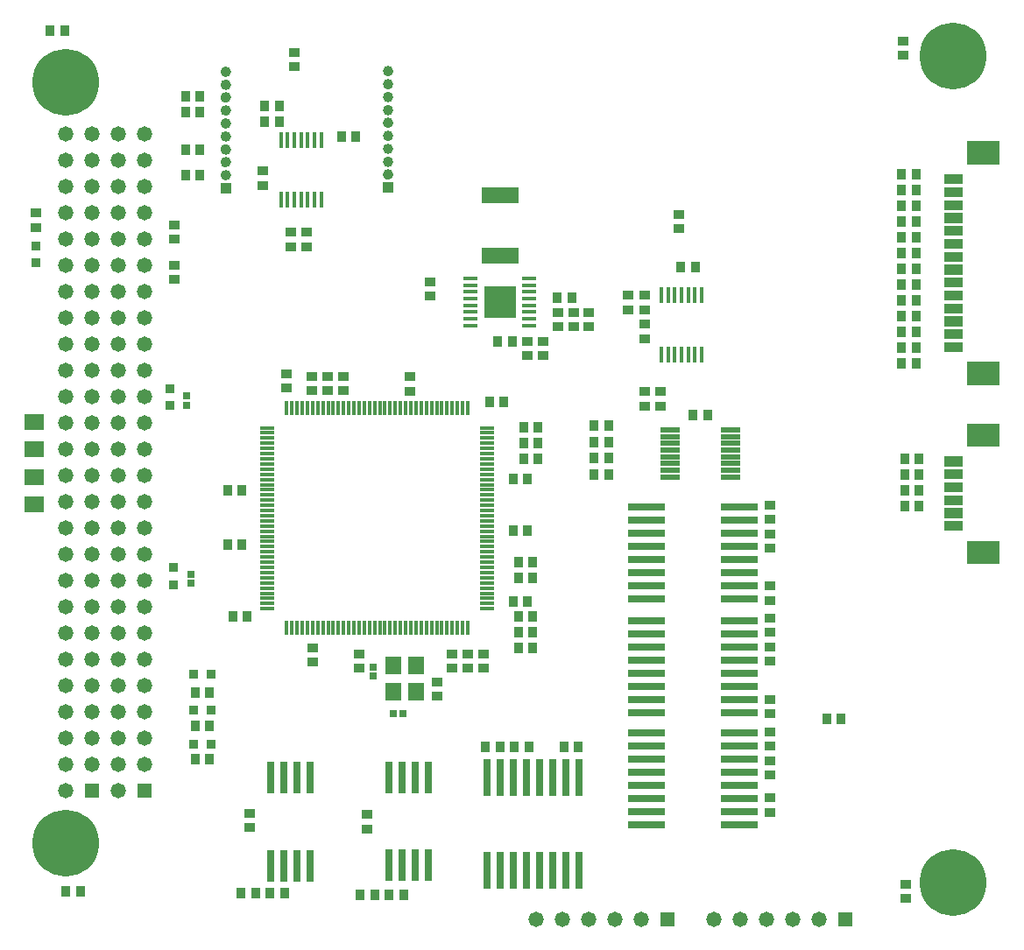
<source format=gbr>
%TF.GenerationSoftware,Altium Limited,Altium Designer,21.8.1 (53)*%
G04 Layer_Color=8388736*
%FSLAX45Y45*%
%MOMM*%
%TF.SameCoordinates,1CF0B822-2DD9-431B-A6BE-AAED35006C4B*%
%TF.FilePolarity,Negative*%
%TF.FileFunction,Soldermask,Top*%
%TF.Part,Single*%
G01*
G75*
%TA.AperFunction,SMDPad,CuDef*%
%ADD15R,1.40000X0.35000*%
%ADD16R,3.05000X3.05000*%
%ADD64R,1.00160X0.90160*%
%TA.AperFunction,ComponentPad*%
%ADD65C,1.00240*%
%ADD66R,1.00240X1.00240*%
%ADD67C,1.47160*%
%ADD68R,1.47160X1.47160*%
%ADD69R,1.47160X1.47160*%
%ADD70C,6.45160*%
%TA.AperFunction,NonConductor*%
%ADD75C,0.50120*%
%TA.AperFunction,SMDPad,CuDef*%
%ADD76R,3.52160X1.59160*%
%ADD77R,0.45160X1.50160*%
%ADD78R,0.65160X0.65160*%
%ADD79R,0.90160X0.90160*%
%ADD80R,0.90160X0.90160*%
%ADD81R,3.60160X0.70160*%
%ADD82R,0.70160X3.10160*%
%ADD83R,0.90160X1.00160*%
%ADD84R,0.70160X3.60160*%
%ADD85R,0.45160X1.45160*%
%ADD86R,1.45160X0.45160*%
%ADD87R,0.65160X0.65160*%
%ADD88R,1.60160X1.80160*%
%ADD89R,1.93240X0.57240*%
%ADD90R,1.90160X1.50160*%
G36*
X9532620Y7453780D02*
X9217380D01*
Y7679020D01*
X9532620D01*
Y7453780D01*
D02*
G37*
G36*
X9172620Y7263780D02*
X8997380D01*
Y7359020D01*
X9172620D01*
Y7263780D01*
D02*
G37*
G36*
X3670120Y7179880D02*
X3569880D01*
Y7280120D01*
X3670120D01*
Y7179880D01*
D02*
G37*
G36*
X2100120Y7174880D02*
X1999880D01*
Y7275120D01*
X2100120D01*
Y7174880D01*
D02*
G37*
G36*
X9172620Y7138780D02*
X8997380D01*
Y7234020D01*
X9172620D01*
Y7138780D01*
D02*
G37*
G36*
Y7013780D02*
X8997380D01*
Y7109020D01*
X9172620D01*
Y7013780D01*
D02*
G37*
G36*
Y6888780D02*
X8997380D01*
Y6984020D01*
X9172620D01*
Y6888780D01*
D02*
G37*
G36*
Y6763780D02*
X8997380D01*
Y6859020D01*
X9172620D01*
Y6763780D01*
D02*
G37*
G36*
Y6638780D02*
X8997380D01*
Y6734020D01*
X9172620D01*
Y6638780D01*
D02*
G37*
G36*
Y6513780D02*
X8997380D01*
Y6609020D01*
X9172620D01*
Y6513780D01*
D02*
G37*
G36*
Y6388780D02*
X8997380D01*
Y6484020D01*
X9172620D01*
Y6388780D01*
D02*
G37*
G36*
Y6263780D02*
X8997380D01*
Y6359020D01*
X9172620D01*
Y6263780D01*
D02*
G37*
G36*
Y6138780D02*
X8997380D01*
Y6234020D01*
X9172620D01*
Y6138780D01*
D02*
G37*
G36*
Y6013780D02*
X8997380D01*
Y6109020D01*
X9172620D01*
Y6013780D01*
D02*
G37*
G36*
Y5888780D02*
X8997380D01*
Y5984020D01*
X9172620D01*
Y5888780D01*
D02*
G37*
G36*
Y5763780D02*
X8997380D01*
Y5859020D01*
X9172620D01*
Y5763780D01*
D02*
G37*
G36*
Y5638780D02*
X8997380D01*
Y5734020D01*
X9172620D01*
Y5638780D01*
D02*
G37*
G36*
X9532620Y5318780D02*
X9217380D01*
Y5544020D01*
X9532620D01*
Y5318780D01*
D02*
G37*
G36*
Y4724880D02*
X9217380D01*
Y4950120D01*
X9532620D01*
Y4724880D01*
D02*
G37*
G36*
X9172620Y4534880D02*
X8997380D01*
Y4630120D01*
X9172620D01*
Y4534880D01*
D02*
G37*
G36*
Y4409880D02*
X8997380D01*
Y4505120D01*
X9172620D01*
Y4409880D01*
D02*
G37*
G36*
Y4284880D02*
X8997380D01*
Y4380120D01*
X9172620D01*
Y4284880D01*
D02*
G37*
G36*
Y4159880D02*
X8997380D01*
Y4255120D01*
X9172620D01*
Y4159880D01*
D02*
G37*
G36*
Y4034880D02*
X8997380D01*
Y4130120D01*
X9172620D01*
Y4034880D01*
D02*
G37*
G36*
Y3909880D02*
X8997380D01*
Y4005120D01*
X9172620D01*
Y3909880D01*
D02*
G37*
G36*
X9532620Y3589880D02*
X9217380D01*
Y3815120D01*
X9532620D01*
Y3589880D01*
D02*
G37*
D15*
X4415520Y6352500D02*
D03*
Y6287500D02*
D03*
Y6222500D02*
D03*
Y6157500D02*
D03*
Y6092500D02*
D03*
Y6027500D02*
D03*
Y5962500D02*
D03*
Y5897500D02*
D03*
X4984480D02*
D03*
Y5962500D02*
D03*
Y6027500D02*
D03*
Y6092500D02*
D03*
Y6157500D02*
D03*
Y6222500D02*
D03*
Y6287500D02*
D03*
Y6352500D02*
D03*
D16*
X4700000Y6125000D02*
D03*
D64*
X215900Y6985000D02*
D03*
Y6845000D02*
D03*
X4090000Y2310000D02*
D03*
Y2450000D02*
D03*
X3830000Y5400000D02*
D03*
Y5260000D02*
D03*
X2280000Y1180000D02*
D03*
Y1040000D02*
D03*
X3420000Y1170000D02*
D03*
Y1030000D02*
D03*
X4240000Y2580000D02*
D03*
Y2720000D02*
D03*
X7310000Y3740000D02*
D03*
Y3880000D02*
D03*
Y4160000D02*
D03*
Y4020000D02*
D03*
X6248900Y5256120D02*
D03*
Y5116120D02*
D03*
X6096500Y5256120D02*
D03*
Y5116120D02*
D03*
X2410000Y7250000D02*
D03*
Y7390000D02*
D03*
X4022500Y6180000D02*
D03*
Y6320000D02*
D03*
X5412500Y6022500D02*
D03*
Y5882500D02*
D03*
X4965000Y5605000D02*
D03*
Y5745000D02*
D03*
X5562500Y6022500D02*
D03*
Y5882500D02*
D03*
X5115000Y5605000D02*
D03*
Y5745000D02*
D03*
X5262500Y6022500D02*
D03*
Y5882500D02*
D03*
X7310000Y3380000D02*
D03*
Y3240000D02*
D03*
Y1190000D02*
D03*
Y1330000D02*
D03*
Y1970000D02*
D03*
Y1830000D02*
D03*
Y1550000D02*
D03*
Y1690000D02*
D03*
Y2650000D02*
D03*
Y2790000D02*
D03*
Y2280000D02*
D03*
Y2140000D02*
D03*
Y3070000D02*
D03*
Y2930000D02*
D03*
X2710000Y8400000D02*
D03*
Y8540000D02*
D03*
X2679900Y6660000D02*
D03*
Y6800000D02*
D03*
X2830000Y6660000D02*
D03*
Y6800000D02*
D03*
X2634499Y5429400D02*
D03*
Y5289400D02*
D03*
X8625000Y355000D02*
D03*
Y495000D02*
D03*
X8600000Y8650000D02*
D03*
Y8510000D02*
D03*
X4540000Y2580000D02*
D03*
Y2720000D02*
D03*
X2890000Y2640000D02*
D03*
Y2780000D02*
D03*
X3340000Y2580000D02*
D03*
Y2720000D02*
D03*
X2882900Y5264000D02*
D03*
Y5404000D02*
D03*
X3033279Y5264719D02*
D03*
Y5404719D02*
D03*
X3187700Y5404000D02*
D03*
Y5264000D02*
D03*
X4390000Y2580000D02*
D03*
Y2720000D02*
D03*
X1550000Y6730000D02*
D03*
Y6870000D02*
D03*
Y6340000D02*
D03*
Y6480000D02*
D03*
X5940000Y6050000D02*
D03*
Y6190000D02*
D03*
X6100000Y6190000D02*
D03*
Y6050000D02*
D03*
X6430000Y6970000D02*
D03*
Y6830000D02*
D03*
X6100000Y5770000D02*
D03*
Y5910000D02*
D03*
D65*
X2050000Y8350000D02*
D03*
Y8225000D02*
D03*
Y8100000D02*
D03*
Y7975000D02*
D03*
Y7850000D02*
D03*
Y7725000D02*
D03*
Y7600000D02*
D03*
Y7475000D02*
D03*
Y7350000D02*
D03*
X3620000Y8355000D02*
D03*
Y8230000D02*
D03*
Y8105000D02*
D03*
Y7980000D02*
D03*
Y7855000D02*
D03*
Y7730000D02*
D03*
Y7605000D02*
D03*
Y7480000D02*
D03*
Y7355000D02*
D03*
D66*
X2050000Y7225000D02*
D03*
X3620000Y7230000D02*
D03*
D67*
X6770000Y150000D02*
D03*
X7024000D02*
D03*
X7278000D02*
D03*
X7532000D02*
D03*
X7786000D02*
D03*
X5050000D02*
D03*
X5304000D02*
D03*
X5558000D02*
D03*
X5812000D02*
D03*
X6066000D02*
D03*
X1016000Y6477000D02*
D03*
Y6223000D02*
D03*
Y5715000D02*
D03*
Y5969000D02*
D03*
Y5207000D02*
D03*
Y4953000D02*
D03*
Y4699000D02*
D03*
Y4191000D02*
D03*
Y4445000D02*
D03*
Y3683000D02*
D03*
Y3175000D02*
D03*
Y3937000D02*
D03*
Y3429000D02*
D03*
Y5461000D02*
D03*
Y6731000D02*
D03*
X1270000Y2667000D02*
D03*
Y3429000D02*
D03*
Y3175000D02*
D03*
Y2921000D02*
D03*
Y3683000D02*
D03*
Y4191000D02*
D03*
Y1651000D02*
D03*
Y2159000D02*
D03*
Y2413000D02*
D03*
Y1905000D02*
D03*
Y3937000D02*
D03*
X1016000Y7747000D02*
D03*
Y6985000D02*
D03*
Y7493000D02*
D03*
X1270000Y7239000D02*
D03*
Y7493000D02*
D03*
X1016000Y7239000D02*
D03*
X1270000Y7747000D02*
D03*
Y6985000D02*
D03*
Y6477000D02*
D03*
Y6223000D02*
D03*
Y5969000D02*
D03*
Y5715000D02*
D03*
Y5461000D02*
D03*
Y5207000D02*
D03*
Y4699000D02*
D03*
Y4445000D02*
D03*
Y6731000D02*
D03*
Y4953000D02*
D03*
X1016000Y2413000D02*
D03*
Y2667000D02*
D03*
Y1905000D02*
D03*
Y2921000D02*
D03*
Y1397000D02*
D03*
Y2159000D02*
D03*
Y1651000D02*
D03*
X508000Y6477000D02*
D03*
Y6223000D02*
D03*
Y5715000D02*
D03*
Y5969000D02*
D03*
Y5207000D02*
D03*
Y4953000D02*
D03*
Y4699000D02*
D03*
Y4191000D02*
D03*
Y4445000D02*
D03*
Y3683000D02*
D03*
Y3175000D02*
D03*
Y3937000D02*
D03*
Y3429000D02*
D03*
Y5461000D02*
D03*
Y6731000D02*
D03*
X762000Y2667000D02*
D03*
Y3429000D02*
D03*
Y3175000D02*
D03*
Y2921000D02*
D03*
Y3683000D02*
D03*
Y4191000D02*
D03*
Y1651000D02*
D03*
Y2159000D02*
D03*
Y2413000D02*
D03*
Y1905000D02*
D03*
Y3937000D02*
D03*
X508000Y7747000D02*
D03*
Y6985000D02*
D03*
Y7493000D02*
D03*
X762000Y7239000D02*
D03*
Y7493000D02*
D03*
X508000Y7239000D02*
D03*
X762000Y7747000D02*
D03*
Y6985000D02*
D03*
Y6477000D02*
D03*
Y6223000D02*
D03*
Y5969000D02*
D03*
Y5715000D02*
D03*
Y5461000D02*
D03*
Y5207000D02*
D03*
Y4699000D02*
D03*
Y4445000D02*
D03*
Y6731000D02*
D03*
Y4953000D02*
D03*
X508000Y2413000D02*
D03*
Y2667000D02*
D03*
Y1905000D02*
D03*
Y2921000D02*
D03*
Y1397000D02*
D03*
Y2159000D02*
D03*
Y1651000D02*
D03*
D68*
X8040000Y150000D02*
D03*
X6320000D02*
D03*
D69*
X1270000Y1397000D02*
D03*
X762000D02*
D03*
D70*
X9082000Y8502000D02*
D03*
Y508000D02*
D03*
X508000Y889000D02*
D03*
Y8248000D02*
D03*
D75*
X2075060Y8350000D02*
G03*
X2075060Y8350000I-25060J0D01*
G01*
Y8225000D02*
G03*
X2075060Y8225000I-25060J0D01*
G01*
Y8100000D02*
G03*
X2075060Y8100000I-25060J0D01*
G01*
Y7975000D02*
G03*
X2075060Y7975000I-25060J0D01*
G01*
Y7850000D02*
G03*
X2075060Y7850000I-25060J0D01*
G01*
Y7725000D02*
G03*
X2075060Y7725000I-25060J0D01*
G01*
Y7600000D02*
G03*
X2075060Y7600000I-25060J0D01*
G01*
Y7475000D02*
G03*
X2075060Y7475000I-25060J0D01*
G01*
Y7350000D02*
G03*
X2075060Y7350000I-25060J0D01*
G01*
X3645060Y8355000D02*
G03*
X3645060Y8355000I-25060J0D01*
G01*
Y8230000D02*
G03*
X3645060Y8230000I-25060J0D01*
G01*
Y8105000D02*
G03*
X3645060Y8105000I-25060J0D01*
G01*
Y7980000D02*
G03*
X3645060Y7980000I-25060J0D01*
G01*
Y7855000D02*
G03*
X3645060Y7855000I-25060J0D01*
G01*
Y7730000D02*
G03*
X3645060Y7730000I-25060J0D01*
G01*
Y7605000D02*
G03*
X3645060Y7605000I-25060J0D01*
G01*
Y7480000D02*
G03*
X3645060Y7480000I-25060J0D01*
G01*
Y7355000D02*
G03*
X3645060Y7355000I-25060J0D01*
G01*
D76*
X4700000Y6575000D02*
D03*
Y7157800D02*
D03*
D77*
X2650000Y7687500D02*
D03*
X2715000D02*
D03*
X2780000D02*
D03*
X2845000D02*
D03*
X2910000D02*
D03*
X2845000Y7112500D02*
D03*
X2910000D02*
D03*
X2975000D02*
D03*
X2780000D02*
D03*
X2715000D02*
D03*
X2650000D02*
D03*
X2585000D02*
D03*
Y7687500D02*
D03*
X2975000D02*
D03*
X6262340Y5615800D02*
D03*
Y6190800D02*
D03*
X6327340D02*
D03*
X6392340D02*
D03*
X6457340D02*
D03*
X6522340D02*
D03*
X6587340D02*
D03*
X6522340Y5615800D02*
D03*
X6587340D02*
D03*
X6652340D02*
D03*
Y6190800D02*
D03*
X6457340Y5615800D02*
D03*
X6392340D02*
D03*
X6327340D02*
D03*
D78*
X1673400Y5216700D02*
D03*
Y5126700D02*
D03*
X3480000Y2505000D02*
D03*
Y2595000D02*
D03*
X1714100Y3402400D02*
D03*
Y3492400D02*
D03*
D79*
X1508300Y5286500D02*
D03*
Y5121500D02*
D03*
X1549000Y3390900D02*
D03*
Y3555900D02*
D03*
X215900Y6667400D02*
D03*
Y6502400D02*
D03*
D80*
X1742500Y2175000D02*
D03*
X1907500D02*
D03*
X1742500Y1850000D02*
D03*
X1907500D02*
D03*
X1742500Y2525000D02*
D03*
X1907500D02*
D03*
D81*
X6116720Y3760440D02*
D03*
Y3887440D02*
D03*
Y4014440D02*
D03*
Y4141440D02*
D03*
X7016720D02*
D03*
Y4014440D02*
D03*
Y3887440D02*
D03*
Y3760440D02*
D03*
Y3633440D02*
D03*
Y3252440D02*
D03*
Y3379440D02*
D03*
Y3506440D02*
D03*
X6116720Y3633440D02*
D03*
Y3506440D02*
D03*
Y3379440D02*
D03*
Y3252440D02*
D03*
Y1573500D02*
D03*
Y1700500D02*
D03*
Y1827500D02*
D03*
Y1954500D02*
D03*
X7016720D02*
D03*
Y1827500D02*
D03*
Y1700500D02*
D03*
Y1573500D02*
D03*
Y1446500D02*
D03*
Y1065500D02*
D03*
Y1192500D02*
D03*
Y1319500D02*
D03*
X6116720Y1446500D02*
D03*
Y1319500D02*
D03*
Y1192500D02*
D03*
Y1065500D02*
D03*
Y2663160D02*
D03*
Y2790160D02*
D03*
Y2917160D02*
D03*
Y3044160D02*
D03*
X7016720D02*
D03*
Y2917160D02*
D03*
Y2790160D02*
D03*
Y2663160D02*
D03*
Y2536160D02*
D03*
Y2155160D02*
D03*
Y2282160D02*
D03*
Y2409160D02*
D03*
X6116720Y2536160D02*
D03*
Y2409160D02*
D03*
Y2282160D02*
D03*
Y2155160D02*
D03*
D82*
X3629500Y675000D02*
D03*
X4010500D02*
D03*
X3756500D02*
D03*
X3883500D02*
D03*
X3629500Y1525000D02*
D03*
X3756500D02*
D03*
X3883500D02*
D03*
X4010500D02*
D03*
X2483200Y673600D02*
D03*
X2864200D02*
D03*
X2610200D02*
D03*
X2737200D02*
D03*
X2483200Y1523600D02*
D03*
X2610200D02*
D03*
X2737200D02*
D03*
X2864200D02*
D03*
D83*
X2200000Y410000D02*
D03*
X2340000D02*
D03*
X2620000D02*
D03*
X2480000D02*
D03*
X3350000Y390000D02*
D03*
X3490000D02*
D03*
X3770000D02*
D03*
X3630000D02*
D03*
X5610000Y4771633D02*
D03*
X5750000D02*
D03*
X5610000Y4928266D02*
D03*
X5750000D02*
D03*
X4980000Y1820000D02*
D03*
X4840000D02*
D03*
X4560000D02*
D03*
X4700000D02*
D03*
X5320000D02*
D03*
X5460000D02*
D03*
X7860000Y2090000D02*
D03*
X8000000D02*
D03*
X1800000Y7600000D02*
D03*
X1660000D02*
D03*
X1800000Y8110000D02*
D03*
X1660000D02*
D03*
X5020000Y3080000D02*
D03*
X4880000D02*
D03*
X5020000Y2930000D02*
D03*
X4880000D02*
D03*
X5020000Y2780000D02*
D03*
X4880000D02*
D03*
X6710000Y5030000D02*
D03*
X6570000D02*
D03*
X5610000Y4615000D02*
D03*
X5750000D02*
D03*
X5610000Y4458367D02*
D03*
X5750000D02*
D03*
X2430000Y7870000D02*
D03*
X2570000D02*
D03*
X2570000Y8020000D02*
D03*
X2430000D02*
D03*
X5257500Y6167500D02*
D03*
X5397500D02*
D03*
X4680000Y5740000D02*
D03*
X4820000D02*
D03*
X3170000Y7720000D02*
D03*
X3310000D02*
D03*
X8722000Y6143000D02*
D03*
X8582000D02*
D03*
X8722000Y6295400D02*
D03*
X8582000D02*
D03*
X8722000Y6447800D02*
D03*
X8582000D02*
D03*
X8722000Y6600200D02*
D03*
X8582000D02*
D03*
X8582000Y6752600D02*
D03*
X8722000D02*
D03*
X8582000Y6905000D02*
D03*
X8722000D02*
D03*
X8722000Y7057400D02*
D03*
X8582000D02*
D03*
X8582000Y7209800D02*
D03*
X8722000D02*
D03*
X8722000Y5533400D02*
D03*
X8582000D02*
D03*
X8722000Y5685800D02*
D03*
X8582000D02*
D03*
X8722000Y5838200D02*
D03*
X8582000D02*
D03*
X8722000Y5990600D02*
D03*
X8582000D02*
D03*
X8582000Y7362200D02*
D03*
X8722000D02*
D03*
X8752100Y4610400D02*
D03*
X8612100D02*
D03*
X8752100Y4305600D02*
D03*
X8612100D02*
D03*
X8752100Y4458000D02*
D03*
X8612100D02*
D03*
X8752100Y4153200D02*
D03*
X8612100D02*
D03*
X645000Y425000D02*
D03*
X505000D02*
D03*
X355000Y8750000D02*
D03*
X495000D02*
D03*
X2120000Y3080000D02*
D03*
X2260000D02*
D03*
X2070000Y4300000D02*
D03*
X2210000D02*
D03*
X2070000Y3780000D02*
D03*
X2210000D02*
D03*
X1660000Y7350000D02*
D03*
X1800000D02*
D03*
X1660000Y7960000D02*
D03*
X1800000D02*
D03*
X4970000Y3910000D02*
D03*
X4830000D02*
D03*
X4970000Y4410000D02*
D03*
X4830000D02*
D03*
X5070000Y4610000D02*
D03*
X4930000D02*
D03*
X5070000Y4760000D02*
D03*
X4930000D02*
D03*
X5070000Y4910000D02*
D03*
X4930000D02*
D03*
X4740000Y5160000D02*
D03*
X4600000D02*
D03*
X4970000Y3230000D02*
D03*
X4830000D02*
D03*
X5020000Y3460000D02*
D03*
X4880000D02*
D03*
X5020000Y3610000D02*
D03*
X4880000D02*
D03*
X1755000Y2350000D02*
D03*
X1895000D02*
D03*
X1755000Y2025000D02*
D03*
X1895000D02*
D03*
X1755000Y1700000D02*
D03*
X1895000D02*
D03*
X6450000Y6460000D02*
D03*
X6590000D02*
D03*
D84*
X4956880Y626720D02*
D03*
X4829880D02*
D03*
X4702880D02*
D03*
X4575880D02*
D03*
Y1526720D02*
D03*
X4702880D02*
D03*
X4829880D02*
D03*
X4956880D02*
D03*
X5083880D02*
D03*
X5464880D02*
D03*
X5337880D02*
D03*
X5210880D02*
D03*
X5083880Y626720D02*
D03*
X5210880D02*
D03*
X5337880D02*
D03*
X5464880D02*
D03*
D85*
X2640000Y2970000D02*
D03*
X2690000D02*
D03*
X2740000D02*
D03*
X2790000D02*
D03*
X2840000D02*
D03*
X2890000D02*
D03*
X2940000D02*
D03*
X2990000D02*
D03*
X3040000D02*
D03*
X3090000D02*
D03*
X3140000D02*
D03*
X3190000D02*
D03*
X3240000D02*
D03*
X3290000D02*
D03*
X3340000D02*
D03*
X3390000D02*
D03*
X3440000D02*
D03*
X3490000D02*
D03*
X3540000D02*
D03*
X3590000D02*
D03*
X3640000D02*
D03*
X3690000D02*
D03*
X3740000D02*
D03*
X3790000D02*
D03*
X3840000D02*
D03*
X3890000D02*
D03*
X3940000D02*
D03*
X3990000D02*
D03*
X4040000D02*
D03*
X4090000D02*
D03*
X4140000D02*
D03*
X4190000D02*
D03*
X4240000D02*
D03*
X4290000D02*
D03*
X4340000D02*
D03*
X4390000D02*
D03*
Y5095000D02*
D03*
X4340000D02*
D03*
X4290000D02*
D03*
X4240000D02*
D03*
X4190000D02*
D03*
X4140000D02*
D03*
X4090000D02*
D03*
X4040000D02*
D03*
X3990000D02*
D03*
X3940000D02*
D03*
X3890000D02*
D03*
X3840000D02*
D03*
X3790000D02*
D03*
X3740000D02*
D03*
X3690000D02*
D03*
X3640000D02*
D03*
X3590000D02*
D03*
X3540000D02*
D03*
X3490000D02*
D03*
X3440000D02*
D03*
X3390000D02*
D03*
X3340000D02*
D03*
X3290000D02*
D03*
X3240000D02*
D03*
X3190000D02*
D03*
X3140000D02*
D03*
X3090000D02*
D03*
X3040000D02*
D03*
X2990000D02*
D03*
X2940000D02*
D03*
X2890000D02*
D03*
X2840000D02*
D03*
X2790000D02*
D03*
X2740000D02*
D03*
X2690000D02*
D03*
X2640000D02*
D03*
D86*
X4577500Y3157500D02*
D03*
Y3207500D02*
D03*
Y3257500D02*
D03*
Y3307500D02*
D03*
Y3357500D02*
D03*
Y3407500D02*
D03*
Y3457500D02*
D03*
Y3507500D02*
D03*
Y3557500D02*
D03*
Y3607500D02*
D03*
Y3657500D02*
D03*
Y3707500D02*
D03*
Y3757500D02*
D03*
Y3807500D02*
D03*
Y3857500D02*
D03*
Y3907500D02*
D03*
Y3957500D02*
D03*
Y4007500D02*
D03*
Y4057500D02*
D03*
Y4107500D02*
D03*
Y4157500D02*
D03*
Y4207500D02*
D03*
Y4257500D02*
D03*
Y4307500D02*
D03*
Y4357500D02*
D03*
Y4407500D02*
D03*
Y4457500D02*
D03*
Y4507500D02*
D03*
Y4557500D02*
D03*
Y4607500D02*
D03*
Y4657500D02*
D03*
Y4707500D02*
D03*
Y4757500D02*
D03*
Y4807500D02*
D03*
Y4857500D02*
D03*
Y4907500D02*
D03*
X2452500D02*
D03*
Y4857500D02*
D03*
Y4807500D02*
D03*
Y4757500D02*
D03*
Y4707500D02*
D03*
Y4657500D02*
D03*
Y4607500D02*
D03*
Y4557500D02*
D03*
Y4507500D02*
D03*
Y4457500D02*
D03*
Y4407500D02*
D03*
Y4357500D02*
D03*
Y4307500D02*
D03*
Y4257500D02*
D03*
Y4207500D02*
D03*
Y4157500D02*
D03*
Y4107500D02*
D03*
Y4057500D02*
D03*
Y4007500D02*
D03*
Y3957500D02*
D03*
Y3907500D02*
D03*
Y3857500D02*
D03*
Y3807500D02*
D03*
Y3757500D02*
D03*
Y3707500D02*
D03*
Y3657500D02*
D03*
Y3607500D02*
D03*
Y3557500D02*
D03*
Y3507500D02*
D03*
Y3457500D02*
D03*
Y3407500D02*
D03*
Y3357500D02*
D03*
Y3307500D02*
D03*
Y3257500D02*
D03*
Y3207500D02*
D03*
Y3157500D02*
D03*
D87*
X3670000Y2140000D02*
D03*
X3760000D02*
D03*
D88*
X3890000Y2353000D02*
D03*
Y2607000D02*
D03*
X3670000D02*
D03*
Y2353000D02*
D03*
D89*
X6934000Y4562500D02*
D03*
X6346000D02*
D03*
X6934000Y4887500D02*
D03*
Y4822500D02*
D03*
Y4757500D02*
D03*
Y4692500D02*
D03*
Y4627500D02*
D03*
Y4497500D02*
D03*
Y4432500D02*
D03*
X6346000D02*
D03*
Y4497500D02*
D03*
Y4627500D02*
D03*
Y4692500D02*
D03*
Y4757500D02*
D03*
Y4822500D02*
D03*
Y4887500D02*
D03*
D90*
X200000Y4960000D02*
D03*
Y4700000D02*
D03*
Y4170000D02*
D03*
Y4430000D02*
D03*
%TF.MD5,81023643048e64c039bc6354e20a4bf3*%
M02*

</source>
